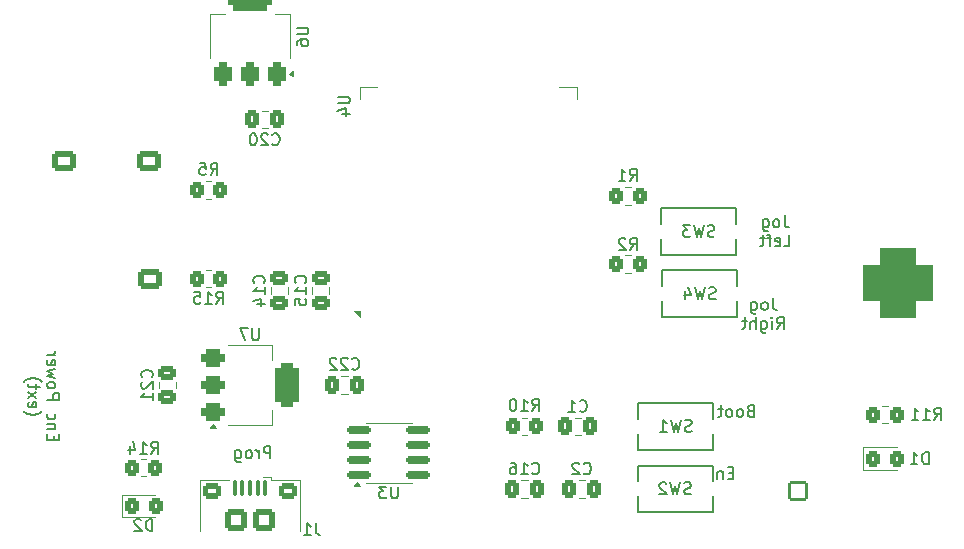
<source format=gbo>
%TF.GenerationSoftware,KiCad,Pcbnew,8.0.3-8.0.3-0~ubuntu22.04.1*%
%TF.CreationDate,2024-07-07T00:06:27-04:00*%
%TF.ProjectId,arm_drive_jl,61726d5f-6472-4697-9665-5f6a6c2e6b69,rev?*%
%TF.SameCoordinates,Original*%
%TF.FileFunction,Legend,Bot*%
%TF.FilePolarity,Positive*%
%FSLAX46Y46*%
G04 Gerber Fmt 4.6, Leading zero omitted, Abs format (unit mm)*
G04 Created by KiCad (PCBNEW 8.0.3-8.0.3-0~ubuntu22.04.1) date 2024-07-07 00:06:27*
%MOMM*%
%LPD*%
G01*
G04 APERTURE LIST*
G04 Aperture macros list*
%AMRoundRect*
0 Rectangle with rounded corners*
0 $1 Rounding radius*
0 $2 $3 $4 $5 $6 $7 $8 $9 X,Y pos of 4 corners*
0 Add a 4 corners polygon primitive as box body*
4,1,4,$2,$3,$4,$5,$6,$7,$8,$9,$2,$3,0*
0 Add four circle primitives for the rounded corners*
1,1,$1+$1,$2,$3*
1,1,$1+$1,$4,$5*
1,1,$1+$1,$6,$7*
1,1,$1+$1,$8,$9*
0 Add four rect primitives between the rounded corners*
20,1,$1+$1,$2,$3,$4,$5,0*
20,1,$1+$1,$4,$5,$6,$7,0*
20,1,$1+$1,$6,$7,$8,$9,0*
20,1,$1+$1,$8,$9,$2,$3,0*%
G04 Aperture macros list end*
%ADD10C,0.150000*%
%ADD11C,0.120000*%
%ADD12C,0.152400*%
%ADD13RoundRect,0.250000X-0.725000X0.600000X-0.725000X-0.600000X0.725000X-0.600000X0.725000X0.600000X0*%
%ADD14O,1.950000X1.700000*%
%ADD15RoundRect,0.250000X-0.750000X0.600000X-0.750000X-0.600000X0.750000X-0.600000X0.750000X0.600000X0*%
%ADD16O,2.000000X1.700000*%
%ADD17O,1.600000X0.900000*%
%ADD18RoundRect,0.375000X0.375000X-0.625000X0.375000X0.625000X-0.375000X0.625000X-0.375000X-0.625000X0*%
%ADD19RoundRect,0.500000X1.400000X-0.500000X1.400000X0.500000X-1.400000X0.500000X-1.400000X-0.500000X0*%
%ADD20R,1.511300X0.609600*%
%ADD21RoundRect,0.250000X-0.325000X-0.450000X0.325000X-0.450000X0.325000X0.450000X-0.325000X0.450000X0*%
%ADD22RoundRect,0.150000X-0.825000X-0.150000X0.825000X-0.150000X0.825000X0.150000X-0.825000X0.150000X0*%
%ADD23RoundRect,0.250000X0.350000X0.450000X-0.350000X0.450000X-0.350000X-0.450000X0.350000X-0.450000X0*%
%ADD24RoundRect,0.250000X-0.350000X-0.450000X0.350000X-0.450000X0.350000X0.450000X-0.350000X0.450000X0*%
%ADD25RoundRect,0.250000X-0.337500X-0.475000X0.337500X-0.475000X0.337500X0.475000X-0.337500X0.475000X0*%
%ADD26C,1.400000*%
%ADD27R,3.500000X3.500000*%
%ADD28C,3.500000*%
%ADD29R,1.600000X1.600000*%
%ADD30C,1.600000*%
%ADD31RoundRect,0.250000X-0.475000X0.337500X-0.475000X-0.337500X0.475000X-0.337500X0.475000X0.337500X0*%
%ADD32C,2.604000*%
%ADD33RoundRect,1.500000X1.500000X1.500000X-1.500000X1.500000X-1.500000X-1.500000X1.500000X-1.500000X0*%
%ADD34C,6.000000*%
%ADD35C,3.600000*%
%ADD36C,5.600000*%
%ADD37RoundRect,0.250000X0.337500X0.475000X-0.337500X0.475000X-0.337500X-0.475000X0.337500X-0.475000X0*%
%ADD38C,3.300000*%
%ADD39RoundRect,0.102000X0.704000X-0.704000X0.704000X0.704000X-0.704000X0.704000X-0.704000X-0.704000X0*%
%ADD40C,1.612000*%
%ADD41RoundRect,0.375000X-0.625000X-0.375000X0.625000X-0.375000X0.625000X0.375000X-0.625000X0.375000X0*%
%ADD42RoundRect,0.500000X-0.500000X-1.400000X0.500000X-1.400000X0.500000X1.400000X-0.500000X1.400000X0*%
%ADD43R,1.700000X1.700000*%
%ADD44O,1.700000X1.700000*%
%ADD45RoundRect,0.100000X0.100000X0.575000X-0.100000X0.575000X-0.100000X-0.575000X0.100000X-0.575000X0*%
%ADD46O,0.900000X1.600000*%
%ADD47RoundRect,0.250000X0.550000X0.450000X-0.550000X0.450000X-0.550000X-0.450000X0.550000X-0.450000X0*%
%ADD48RoundRect,0.250000X0.700000X0.700000X-0.700000X0.700000X-0.700000X-0.700000X0.700000X-0.700000X0*%
%ADD49R,1.500000X0.900000*%
%ADD50R,0.900000X1.500000*%
%ADD51R,3.900000X3.900000*%
G04 APERTURE END LIST*
D10*
X98166666Y-81431009D02*
X97833333Y-81431009D01*
X97690476Y-81954819D02*
X98166666Y-81954819D01*
X98166666Y-81954819D02*
X98166666Y-80954819D01*
X98166666Y-80954819D02*
X97690476Y-80954819D01*
X97261904Y-81288152D02*
X97261904Y-81954819D01*
X97261904Y-81383390D02*
X97214285Y-81335771D01*
X97214285Y-81335771D02*
X97119047Y-81288152D01*
X97119047Y-81288152D02*
X96976190Y-81288152D01*
X96976190Y-81288152D02*
X96880952Y-81335771D01*
X96880952Y-81335771D02*
X96833333Y-81431009D01*
X96833333Y-81431009D02*
X96833333Y-81954819D01*
X99619047Y-76181009D02*
X99476190Y-76228628D01*
X99476190Y-76228628D02*
X99428571Y-76276247D01*
X99428571Y-76276247D02*
X99380952Y-76371485D01*
X99380952Y-76371485D02*
X99380952Y-76514342D01*
X99380952Y-76514342D02*
X99428571Y-76609580D01*
X99428571Y-76609580D02*
X99476190Y-76657200D01*
X99476190Y-76657200D02*
X99571428Y-76704819D01*
X99571428Y-76704819D02*
X99952380Y-76704819D01*
X99952380Y-76704819D02*
X99952380Y-75704819D01*
X99952380Y-75704819D02*
X99619047Y-75704819D01*
X99619047Y-75704819D02*
X99523809Y-75752438D01*
X99523809Y-75752438D02*
X99476190Y-75800057D01*
X99476190Y-75800057D02*
X99428571Y-75895295D01*
X99428571Y-75895295D02*
X99428571Y-75990533D01*
X99428571Y-75990533D02*
X99476190Y-76085771D01*
X99476190Y-76085771D02*
X99523809Y-76133390D01*
X99523809Y-76133390D02*
X99619047Y-76181009D01*
X99619047Y-76181009D02*
X99952380Y-76181009D01*
X98809523Y-76704819D02*
X98904761Y-76657200D01*
X98904761Y-76657200D02*
X98952380Y-76609580D01*
X98952380Y-76609580D02*
X98999999Y-76514342D01*
X98999999Y-76514342D02*
X98999999Y-76228628D01*
X98999999Y-76228628D02*
X98952380Y-76133390D01*
X98952380Y-76133390D02*
X98904761Y-76085771D01*
X98904761Y-76085771D02*
X98809523Y-76038152D01*
X98809523Y-76038152D02*
X98666666Y-76038152D01*
X98666666Y-76038152D02*
X98571428Y-76085771D01*
X98571428Y-76085771D02*
X98523809Y-76133390D01*
X98523809Y-76133390D02*
X98476190Y-76228628D01*
X98476190Y-76228628D02*
X98476190Y-76514342D01*
X98476190Y-76514342D02*
X98523809Y-76609580D01*
X98523809Y-76609580D02*
X98571428Y-76657200D01*
X98571428Y-76657200D02*
X98666666Y-76704819D01*
X98666666Y-76704819D02*
X98809523Y-76704819D01*
X97904761Y-76704819D02*
X97999999Y-76657200D01*
X97999999Y-76657200D02*
X98047618Y-76609580D01*
X98047618Y-76609580D02*
X98095237Y-76514342D01*
X98095237Y-76514342D02*
X98095237Y-76228628D01*
X98095237Y-76228628D02*
X98047618Y-76133390D01*
X98047618Y-76133390D02*
X97999999Y-76085771D01*
X97999999Y-76085771D02*
X97904761Y-76038152D01*
X97904761Y-76038152D02*
X97761904Y-76038152D01*
X97761904Y-76038152D02*
X97666666Y-76085771D01*
X97666666Y-76085771D02*
X97619047Y-76133390D01*
X97619047Y-76133390D02*
X97571428Y-76228628D01*
X97571428Y-76228628D02*
X97571428Y-76514342D01*
X97571428Y-76514342D02*
X97619047Y-76609580D01*
X97619047Y-76609580D02*
X97666666Y-76657200D01*
X97666666Y-76657200D02*
X97761904Y-76704819D01*
X97761904Y-76704819D02*
X97904761Y-76704819D01*
X97285713Y-76038152D02*
X96904761Y-76038152D01*
X97142856Y-75704819D02*
X97142856Y-76561961D01*
X97142856Y-76561961D02*
X97095237Y-76657200D01*
X97095237Y-76657200D02*
X96999999Y-76704819D01*
X96999999Y-76704819D02*
X96904761Y-76704819D01*
X101511904Y-66649847D02*
X101511904Y-67364132D01*
X101511904Y-67364132D02*
X101559523Y-67506989D01*
X101559523Y-67506989D02*
X101654761Y-67602228D01*
X101654761Y-67602228D02*
X101797618Y-67649847D01*
X101797618Y-67649847D02*
X101892856Y-67649847D01*
X100892856Y-67649847D02*
X100988094Y-67602228D01*
X100988094Y-67602228D02*
X101035713Y-67554608D01*
X101035713Y-67554608D02*
X101083332Y-67459370D01*
X101083332Y-67459370D02*
X101083332Y-67173656D01*
X101083332Y-67173656D02*
X101035713Y-67078418D01*
X101035713Y-67078418D02*
X100988094Y-67030799D01*
X100988094Y-67030799D02*
X100892856Y-66983180D01*
X100892856Y-66983180D02*
X100749999Y-66983180D01*
X100749999Y-66983180D02*
X100654761Y-67030799D01*
X100654761Y-67030799D02*
X100607142Y-67078418D01*
X100607142Y-67078418D02*
X100559523Y-67173656D01*
X100559523Y-67173656D02*
X100559523Y-67459370D01*
X100559523Y-67459370D02*
X100607142Y-67554608D01*
X100607142Y-67554608D02*
X100654761Y-67602228D01*
X100654761Y-67602228D02*
X100749999Y-67649847D01*
X100749999Y-67649847D02*
X100892856Y-67649847D01*
X99702380Y-66983180D02*
X99702380Y-67792704D01*
X99702380Y-67792704D02*
X99749999Y-67887942D01*
X99749999Y-67887942D02*
X99797618Y-67935561D01*
X99797618Y-67935561D02*
X99892856Y-67983180D01*
X99892856Y-67983180D02*
X100035713Y-67983180D01*
X100035713Y-67983180D02*
X100130951Y-67935561D01*
X99702380Y-67602228D02*
X99797618Y-67649847D01*
X99797618Y-67649847D02*
X99988094Y-67649847D01*
X99988094Y-67649847D02*
X100083332Y-67602228D01*
X100083332Y-67602228D02*
X100130951Y-67554608D01*
X100130951Y-67554608D02*
X100178570Y-67459370D01*
X100178570Y-67459370D02*
X100178570Y-67173656D01*
X100178570Y-67173656D02*
X100130951Y-67078418D01*
X100130951Y-67078418D02*
X100083332Y-67030799D01*
X100083332Y-67030799D02*
X99988094Y-66983180D01*
X99988094Y-66983180D02*
X99797618Y-66983180D01*
X99797618Y-66983180D02*
X99702380Y-67030799D01*
X101869047Y-69259791D02*
X102202380Y-68783600D01*
X102440475Y-69259791D02*
X102440475Y-68259791D01*
X102440475Y-68259791D02*
X102059523Y-68259791D01*
X102059523Y-68259791D02*
X101964285Y-68307410D01*
X101964285Y-68307410D02*
X101916666Y-68355029D01*
X101916666Y-68355029D02*
X101869047Y-68450267D01*
X101869047Y-68450267D02*
X101869047Y-68593124D01*
X101869047Y-68593124D02*
X101916666Y-68688362D01*
X101916666Y-68688362D02*
X101964285Y-68735981D01*
X101964285Y-68735981D02*
X102059523Y-68783600D01*
X102059523Y-68783600D02*
X102440475Y-68783600D01*
X101440475Y-69259791D02*
X101440475Y-68593124D01*
X101440475Y-68259791D02*
X101488094Y-68307410D01*
X101488094Y-68307410D02*
X101440475Y-68355029D01*
X101440475Y-68355029D02*
X101392856Y-68307410D01*
X101392856Y-68307410D02*
X101440475Y-68259791D01*
X101440475Y-68259791D02*
X101440475Y-68355029D01*
X100535714Y-68593124D02*
X100535714Y-69402648D01*
X100535714Y-69402648D02*
X100583333Y-69497886D01*
X100583333Y-69497886D02*
X100630952Y-69545505D01*
X100630952Y-69545505D02*
X100726190Y-69593124D01*
X100726190Y-69593124D02*
X100869047Y-69593124D01*
X100869047Y-69593124D02*
X100964285Y-69545505D01*
X100535714Y-69212172D02*
X100630952Y-69259791D01*
X100630952Y-69259791D02*
X100821428Y-69259791D01*
X100821428Y-69259791D02*
X100916666Y-69212172D01*
X100916666Y-69212172D02*
X100964285Y-69164552D01*
X100964285Y-69164552D02*
X101011904Y-69069314D01*
X101011904Y-69069314D02*
X101011904Y-68783600D01*
X101011904Y-68783600D02*
X100964285Y-68688362D01*
X100964285Y-68688362D02*
X100916666Y-68640743D01*
X100916666Y-68640743D02*
X100821428Y-68593124D01*
X100821428Y-68593124D02*
X100630952Y-68593124D01*
X100630952Y-68593124D02*
X100535714Y-68640743D01*
X100059523Y-69259791D02*
X100059523Y-68259791D01*
X99630952Y-69259791D02*
X99630952Y-68735981D01*
X99630952Y-68735981D02*
X99678571Y-68640743D01*
X99678571Y-68640743D02*
X99773809Y-68593124D01*
X99773809Y-68593124D02*
X99916666Y-68593124D01*
X99916666Y-68593124D02*
X100011904Y-68640743D01*
X100011904Y-68640743D02*
X100059523Y-68688362D01*
X99297618Y-68593124D02*
X98916666Y-68593124D01*
X99154761Y-68259791D02*
X99154761Y-69116933D01*
X99154761Y-69116933D02*
X99107142Y-69212172D01*
X99107142Y-69212172D02*
X99011904Y-69259791D01*
X99011904Y-69259791D02*
X98916666Y-69259791D01*
X102511904Y-59649847D02*
X102511904Y-60364132D01*
X102511904Y-60364132D02*
X102559523Y-60506989D01*
X102559523Y-60506989D02*
X102654761Y-60602228D01*
X102654761Y-60602228D02*
X102797618Y-60649847D01*
X102797618Y-60649847D02*
X102892856Y-60649847D01*
X101892856Y-60649847D02*
X101988094Y-60602228D01*
X101988094Y-60602228D02*
X102035713Y-60554608D01*
X102035713Y-60554608D02*
X102083332Y-60459370D01*
X102083332Y-60459370D02*
X102083332Y-60173656D01*
X102083332Y-60173656D02*
X102035713Y-60078418D01*
X102035713Y-60078418D02*
X101988094Y-60030799D01*
X101988094Y-60030799D02*
X101892856Y-59983180D01*
X101892856Y-59983180D02*
X101749999Y-59983180D01*
X101749999Y-59983180D02*
X101654761Y-60030799D01*
X101654761Y-60030799D02*
X101607142Y-60078418D01*
X101607142Y-60078418D02*
X101559523Y-60173656D01*
X101559523Y-60173656D02*
X101559523Y-60459370D01*
X101559523Y-60459370D02*
X101607142Y-60554608D01*
X101607142Y-60554608D02*
X101654761Y-60602228D01*
X101654761Y-60602228D02*
X101749999Y-60649847D01*
X101749999Y-60649847D02*
X101892856Y-60649847D01*
X100702380Y-59983180D02*
X100702380Y-60792704D01*
X100702380Y-60792704D02*
X100749999Y-60887942D01*
X100749999Y-60887942D02*
X100797618Y-60935561D01*
X100797618Y-60935561D02*
X100892856Y-60983180D01*
X100892856Y-60983180D02*
X101035713Y-60983180D01*
X101035713Y-60983180D02*
X101130951Y-60935561D01*
X100702380Y-60602228D02*
X100797618Y-60649847D01*
X100797618Y-60649847D02*
X100988094Y-60649847D01*
X100988094Y-60649847D02*
X101083332Y-60602228D01*
X101083332Y-60602228D02*
X101130951Y-60554608D01*
X101130951Y-60554608D02*
X101178570Y-60459370D01*
X101178570Y-60459370D02*
X101178570Y-60173656D01*
X101178570Y-60173656D02*
X101130951Y-60078418D01*
X101130951Y-60078418D02*
X101083332Y-60030799D01*
X101083332Y-60030799D02*
X100988094Y-59983180D01*
X100988094Y-59983180D02*
X100797618Y-59983180D01*
X100797618Y-59983180D02*
X100702380Y-60030799D01*
X102440476Y-62259791D02*
X102916666Y-62259791D01*
X102916666Y-62259791D02*
X102916666Y-61259791D01*
X101726190Y-62212172D02*
X101821428Y-62259791D01*
X101821428Y-62259791D02*
X102011904Y-62259791D01*
X102011904Y-62259791D02*
X102107142Y-62212172D01*
X102107142Y-62212172D02*
X102154761Y-62116933D01*
X102154761Y-62116933D02*
X102154761Y-61735981D01*
X102154761Y-61735981D02*
X102107142Y-61640743D01*
X102107142Y-61640743D02*
X102011904Y-61593124D01*
X102011904Y-61593124D02*
X101821428Y-61593124D01*
X101821428Y-61593124D02*
X101726190Y-61640743D01*
X101726190Y-61640743D02*
X101678571Y-61735981D01*
X101678571Y-61735981D02*
X101678571Y-61831219D01*
X101678571Y-61831219D02*
X102154761Y-61926457D01*
X101392856Y-61593124D02*
X101011904Y-61593124D01*
X101249999Y-62259791D02*
X101249999Y-61402648D01*
X101249999Y-61402648D02*
X101202380Y-61307410D01*
X101202380Y-61307410D02*
X101107142Y-61259791D01*
X101107142Y-61259791D02*
X101011904Y-61259791D01*
X100821427Y-61593124D02*
X100440475Y-61593124D01*
X100678570Y-61259791D02*
X100678570Y-62116933D01*
X100678570Y-62116933D02*
X100630951Y-62212172D01*
X100630951Y-62212172D02*
X100535713Y-62259791D01*
X100535713Y-62259791D02*
X100440475Y-62259791D01*
X40623962Y-78665476D02*
X40623962Y-78332143D01*
X40100152Y-78189286D02*
X40100152Y-78665476D01*
X40100152Y-78665476D02*
X41100152Y-78665476D01*
X41100152Y-78665476D02*
X41100152Y-78189286D01*
X40766819Y-77760714D02*
X40100152Y-77760714D01*
X40671581Y-77760714D02*
X40719200Y-77713095D01*
X40719200Y-77713095D02*
X40766819Y-77617857D01*
X40766819Y-77617857D02*
X40766819Y-77475000D01*
X40766819Y-77475000D02*
X40719200Y-77379762D01*
X40719200Y-77379762D02*
X40623962Y-77332143D01*
X40623962Y-77332143D02*
X40100152Y-77332143D01*
X40147772Y-76427381D02*
X40100152Y-76522619D01*
X40100152Y-76522619D02*
X40100152Y-76713095D01*
X40100152Y-76713095D02*
X40147772Y-76808333D01*
X40147772Y-76808333D02*
X40195391Y-76855952D01*
X40195391Y-76855952D02*
X40290629Y-76903571D01*
X40290629Y-76903571D02*
X40576343Y-76903571D01*
X40576343Y-76903571D02*
X40671581Y-76855952D01*
X40671581Y-76855952D02*
X40719200Y-76808333D01*
X40719200Y-76808333D02*
X40766819Y-76713095D01*
X40766819Y-76713095D02*
X40766819Y-76522619D01*
X40766819Y-76522619D02*
X40719200Y-76427381D01*
X40100152Y-75236904D02*
X41100152Y-75236904D01*
X41100152Y-75236904D02*
X41100152Y-74855952D01*
X41100152Y-74855952D02*
X41052533Y-74760714D01*
X41052533Y-74760714D02*
X41004914Y-74713095D01*
X41004914Y-74713095D02*
X40909676Y-74665476D01*
X40909676Y-74665476D02*
X40766819Y-74665476D01*
X40766819Y-74665476D02*
X40671581Y-74713095D01*
X40671581Y-74713095D02*
X40623962Y-74760714D01*
X40623962Y-74760714D02*
X40576343Y-74855952D01*
X40576343Y-74855952D02*
X40576343Y-75236904D01*
X40100152Y-74094047D02*
X40147772Y-74189285D01*
X40147772Y-74189285D02*
X40195391Y-74236904D01*
X40195391Y-74236904D02*
X40290629Y-74284523D01*
X40290629Y-74284523D02*
X40576343Y-74284523D01*
X40576343Y-74284523D02*
X40671581Y-74236904D01*
X40671581Y-74236904D02*
X40719200Y-74189285D01*
X40719200Y-74189285D02*
X40766819Y-74094047D01*
X40766819Y-74094047D02*
X40766819Y-73951190D01*
X40766819Y-73951190D02*
X40719200Y-73855952D01*
X40719200Y-73855952D02*
X40671581Y-73808333D01*
X40671581Y-73808333D02*
X40576343Y-73760714D01*
X40576343Y-73760714D02*
X40290629Y-73760714D01*
X40290629Y-73760714D02*
X40195391Y-73808333D01*
X40195391Y-73808333D02*
X40147772Y-73855952D01*
X40147772Y-73855952D02*
X40100152Y-73951190D01*
X40100152Y-73951190D02*
X40100152Y-74094047D01*
X40766819Y-73427380D02*
X40100152Y-73236904D01*
X40100152Y-73236904D02*
X40576343Y-73046428D01*
X40576343Y-73046428D02*
X40100152Y-72855952D01*
X40100152Y-72855952D02*
X40766819Y-72665476D01*
X40147772Y-71903571D02*
X40100152Y-71998809D01*
X40100152Y-71998809D02*
X40100152Y-72189285D01*
X40100152Y-72189285D02*
X40147772Y-72284523D01*
X40147772Y-72284523D02*
X40243010Y-72332142D01*
X40243010Y-72332142D02*
X40623962Y-72332142D01*
X40623962Y-72332142D02*
X40719200Y-72284523D01*
X40719200Y-72284523D02*
X40766819Y-72189285D01*
X40766819Y-72189285D02*
X40766819Y-71998809D01*
X40766819Y-71998809D02*
X40719200Y-71903571D01*
X40719200Y-71903571D02*
X40623962Y-71855952D01*
X40623962Y-71855952D02*
X40528724Y-71855952D01*
X40528724Y-71855952D02*
X40433486Y-72332142D01*
X40100152Y-71427380D02*
X40766819Y-71427380D01*
X40576343Y-71427380D02*
X40671581Y-71379761D01*
X40671581Y-71379761D02*
X40719200Y-71332142D01*
X40719200Y-71332142D02*
X40766819Y-71236904D01*
X40766819Y-71236904D02*
X40766819Y-71141666D01*
X38109256Y-76236905D02*
X38156875Y-76284524D01*
X38156875Y-76284524D02*
X38299732Y-76379762D01*
X38299732Y-76379762D02*
X38394970Y-76427381D01*
X38394970Y-76427381D02*
X38537828Y-76475000D01*
X38537828Y-76475000D02*
X38775923Y-76522619D01*
X38775923Y-76522619D02*
X38966399Y-76522619D01*
X38966399Y-76522619D02*
X39204494Y-76475000D01*
X39204494Y-76475000D02*
X39347351Y-76427381D01*
X39347351Y-76427381D02*
X39442589Y-76379762D01*
X39442589Y-76379762D02*
X39585447Y-76284524D01*
X39585447Y-76284524D02*
X39633066Y-76236905D01*
X38537828Y-75475000D02*
X38490208Y-75570238D01*
X38490208Y-75570238D02*
X38490208Y-75760714D01*
X38490208Y-75760714D02*
X38537828Y-75855952D01*
X38537828Y-75855952D02*
X38633066Y-75903571D01*
X38633066Y-75903571D02*
X39014018Y-75903571D01*
X39014018Y-75903571D02*
X39109256Y-75855952D01*
X39109256Y-75855952D02*
X39156875Y-75760714D01*
X39156875Y-75760714D02*
X39156875Y-75570238D01*
X39156875Y-75570238D02*
X39109256Y-75475000D01*
X39109256Y-75475000D02*
X39014018Y-75427381D01*
X39014018Y-75427381D02*
X38918780Y-75427381D01*
X38918780Y-75427381D02*
X38823542Y-75903571D01*
X38490208Y-75094047D02*
X39156875Y-74570238D01*
X39156875Y-75094047D02*
X38490208Y-74570238D01*
X39156875Y-74332142D02*
X39156875Y-73951190D01*
X39490208Y-74189285D02*
X38633066Y-74189285D01*
X38633066Y-74189285D02*
X38537828Y-74141666D01*
X38537828Y-74141666D02*
X38490208Y-74046428D01*
X38490208Y-74046428D02*
X38490208Y-73951190D01*
X38109256Y-73713094D02*
X38156875Y-73665475D01*
X38156875Y-73665475D02*
X38299732Y-73570237D01*
X38299732Y-73570237D02*
X38394970Y-73522618D01*
X38394970Y-73522618D02*
X38537828Y-73474999D01*
X38537828Y-73474999D02*
X38775923Y-73427380D01*
X38775923Y-73427380D02*
X38966399Y-73427380D01*
X38966399Y-73427380D02*
X39204494Y-73474999D01*
X39204494Y-73474999D02*
X39347351Y-73522618D01*
X39347351Y-73522618D02*
X39442589Y-73570237D01*
X39442589Y-73570237D02*
X39585447Y-73665475D01*
X39585447Y-73665475D02*
X39633066Y-73713094D01*
X58976190Y-80204819D02*
X58976190Y-79204819D01*
X58976190Y-79204819D02*
X58595238Y-79204819D01*
X58595238Y-79204819D02*
X58500000Y-79252438D01*
X58500000Y-79252438D02*
X58452381Y-79300057D01*
X58452381Y-79300057D02*
X58404762Y-79395295D01*
X58404762Y-79395295D02*
X58404762Y-79538152D01*
X58404762Y-79538152D02*
X58452381Y-79633390D01*
X58452381Y-79633390D02*
X58500000Y-79681009D01*
X58500000Y-79681009D02*
X58595238Y-79728628D01*
X58595238Y-79728628D02*
X58976190Y-79728628D01*
X57976190Y-80204819D02*
X57976190Y-79538152D01*
X57976190Y-79728628D02*
X57928571Y-79633390D01*
X57928571Y-79633390D02*
X57880952Y-79585771D01*
X57880952Y-79585771D02*
X57785714Y-79538152D01*
X57785714Y-79538152D02*
X57690476Y-79538152D01*
X57214285Y-80204819D02*
X57309523Y-80157200D01*
X57309523Y-80157200D02*
X57357142Y-80109580D01*
X57357142Y-80109580D02*
X57404761Y-80014342D01*
X57404761Y-80014342D02*
X57404761Y-79728628D01*
X57404761Y-79728628D02*
X57357142Y-79633390D01*
X57357142Y-79633390D02*
X57309523Y-79585771D01*
X57309523Y-79585771D02*
X57214285Y-79538152D01*
X57214285Y-79538152D02*
X57071428Y-79538152D01*
X57071428Y-79538152D02*
X56976190Y-79585771D01*
X56976190Y-79585771D02*
X56928571Y-79633390D01*
X56928571Y-79633390D02*
X56880952Y-79728628D01*
X56880952Y-79728628D02*
X56880952Y-80014342D01*
X56880952Y-80014342D02*
X56928571Y-80109580D01*
X56928571Y-80109580D02*
X56976190Y-80157200D01*
X56976190Y-80157200D02*
X57071428Y-80204819D01*
X57071428Y-80204819D02*
X57214285Y-80204819D01*
X56023809Y-79538152D02*
X56023809Y-80347676D01*
X56023809Y-80347676D02*
X56071428Y-80442914D01*
X56071428Y-80442914D02*
X56119047Y-80490533D01*
X56119047Y-80490533D02*
X56214285Y-80538152D01*
X56214285Y-80538152D02*
X56357142Y-80538152D01*
X56357142Y-80538152D02*
X56452380Y-80490533D01*
X56023809Y-80157200D02*
X56119047Y-80204819D01*
X56119047Y-80204819D02*
X56309523Y-80204819D01*
X56309523Y-80204819D02*
X56404761Y-80157200D01*
X56404761Y-80157200D02*
X56452380Y-80109580D01*
X56452380Y-80109580D02*
X56499999Y-80014342D01*
X56499999Y-80014342D02*
X56499999Y-79728628D01*
X56499999Y-79728628D02*
X56452380Y-79633390D01*
X56452380Y-79633390D02*
X56404761Y-79585771D01*
X56404761Y-79585771D02*
X56309523Y-79538152D01*
X56309523Y-79538152D02*
X56119047Y-79538152D01*
X56119047Y-79538152D02*
X56023809Y-79585771D01*
X61204819Y-43738095D02*
X62014342Y-43738095D01*
X62014342Y-43738095D02*
X62109580Y-43785714D01*
X62109580Y-43785714D02*
X62157200Y-43833333D01*
X62157200Y-43833333D02*
X62204819Y-43928571D01*
X62204819Y-43928571D02*
X62204819Y-44119047D01*
X62204819Y-44119047D02*
X62157200Y-44214285D01*
X62157200Y-44214285D02*
X62109580Y-44261904D01*
X62109580Y-44261904D02*
X62014342Y-44309523D01*
X62014342Y-44309523D02*
X61204819Y-44309523D01*
X61204819Y-45214285D02*
X61204819Y-45023809D01*
X61204819Y-45023809D02*
X61252438Y-44928571D01*
X61252438Y-44928571D02*
X61300057Y-44880952D01*
X61300057Y-44880952D02*
X61442914Y-44785714D01*
X61442914Y-44785714D02*
X61633390Y-44738095D01*
X61633390Y-44738095D02*
X62014342Y-44738095D01*
X62014342Y-44738095D02*
X62109580Y-44785714D01*
X62109580Y-44785714D02*
X62157200Y-44833333D01*
X62157200Y-44833333D02*
X62204819Y-44928571D01*
X62204819Y-44928571D02*
X62204819Y-45119047D01*
X62204819Y-45119047D02*
X62157200Y-45214285D01*
X62157200Y-45214285D02*
X62109580Y-45261904D01*
X62109580Y-45261904D02*
X62014342Y-45309523D01*
X62014342Y-45309523D02*
X61776247Y-45309523D01*
X61776247Y-45309523D02*
X61681009Y-45261904D01*
X61681009Y-45261904D02*
X61633390Y-45214285D01*
X61633390Y-45214285D02*
X61585771Y-45119047D01*
X61585771Y-45119047D02*
X61585771Y-44928571D01*
X61585771Y-44928571D02*
X61633390Y-44833333D01*
X61633390Y-44833333D02*
X61681009Y-44785714D01*
X61681009Y-44785714D02*
X61776247Y-44738095D01*
X94636982Y-77907200D02*
X94494125Y-77954819D01*
X94494125Y-77954819D02*
X94256030Y-77954819D01*
X94256030Y-77954819D02*
X94160792Y-77907200D01*
X94160792Y-77907200D02*
X94113173Y-77859580D01*
X94113173Y-77859580D02*
X94065554Y-77764342D01*
X94065554Y-77764342D02*
X94065554Y-77669104D01*
X94065554Y-77669104D02*
X94113173Y-77573866D01*
X94113173Y-77573866D02*
X94160792Y-77526247D01*
X94160792Y-77526247D02*
X94256030Y-77478628D01*
X94256030Y-77478628D02*
X94446506Y-77431009D01*
X94446506Y-77431009D02*
X94541744Y-77383390D01*
X94541744Y-77383390D02*
X94589363Y-77335771D01*
X94589363Y-77335771D02*
X94636982Y-77240533D01*
X94636982Y-77240533D02*
X94636982Y-77145295D01*
X94636982Y-77145295D02*
X94589363Y-77050057D01*
X94589363Y-77050057D02*
X94541744Y-77002438D01*
X94541744Y-77002438D02*
X94446506Y-76954819D01*
X94446506Y-76954819D02*
X94208411Y-76954819D01*
X94208411Y-76954819D02*
X94065554Y-77002438D01*
X93732220Y-76954819D02*
X93494125Y-77954819D01*
X93494125Y-77954819D02*
X93303649Y-77240533D01*
X93303649Y-77240533D02*
X93113173Y-77954819D01*
X93113173Y-77954819D02*
X92875078Y-76954819D01*
X91970316Y-77954819D02*
X92541744Y-77954819D01*
X92256030Y-77954819D02*
X92256030Y-76954819D01*
X92256030Y-76954819D02*
X92351268Y-77097676D01*
X92351268Y-77097676D02*
X92446506Y-77192914D01*
X92446506Y-77192914D02*
X92541744Y-77240533D01*
X48988094Y-86354819D02*
X48988094Y-85354819D01*
X48988094Y-85354819D02*
X48749999Y-85354819D01*
X48749999Y-85354819D02*
X48607142Y-85402438D01*
X48607142Y-85402438D02*
X48511904Y-85497676D01*
X48511904Y-85497676D02*
X48464285Y-85592914D01*
X48464285Y-85592914D02*
X48416666Y-85783390D01*
X48416666Y-85783390D02*
X48416666Y-85926247D01*
X48416666Y-85926247D02*
X48464285Y-86116723D01*
X48464285Y-86116723D02*
X48511904Y-86211961D01*
X48511904Y-86211961D02*
X48607142Y-86307200D01*
X48607142Y-86307200D02*
X48749999Y-86354819D01*
X48749999Y-86354819D02*
X48988094Y-86354819D01*
X48035713Y-85450057D02*
X47988094Y-85402438D01*
X47988094Y-85402438D02*
X47892856Y-85354819D01*
X47892856Y-85354819D02*
X47654761Y-85354819D01*
X47654761Y-85354819D02*
X47559523Y-85402438D01*
X47559523Y-85402438D02*
X47511904Y-85450057D01*
X47511904Y-85450057D02*
X47464285Y-85545295D01*
X47464285Y-85545295D02*
X47464285Y-85640533D01*
X47464285Y-85640533D02*
X47511904Y-85783390D01*
X47511904Y-85783390D02*
X48083332Y-86354819D01*
X48083332Y-86354819D02*
X47464285Y-86354819D01*
X69761904Y-82604819D02*
X69761904Y-83414342D01*
X69761904Y-83414342D02*
X69714285Y-83509580D01*
X69714285Y-83509580D02*
X69666666Y-83557200D01*
X69666666Y-83557200D02*
X69571428Y-83604819D01*
X69571428Y-83604819D02*
X69380952Y-83604819D01*
X69380952Y-83604819D02*
X69285714Y-83557200D01*
X69285714Y-83557200D02*
X69238095Y-83509580D01*
X69238095Y-83509580D02*
X69190476Y-83414342D01*
X69190476Y-83414342D02*
X69190476Y-82604819D01*
X68809523Y-82604819D02*
X68190476Y-82604819D01*
X68190476Y-82604819D02*
X68523809Y-82985771D01*
X68523809Y-82985771D02*
X68380952Y-82985771D01*
X68380952Y-82985771D02*
X68285714Y-83033390D01*
X68285714Y-83033390D02*
X68238095Y-83081009D01*
X68238095Y-83081009D02*
X68190476Y-83176247D01*
X68190476Y-83176247D02*
X68190476Y-83414342D01*
X68190476Y-83414342D02*
X68238095Y-83509580D01*
X68238095Y-83509580D02*
X68285714Y-83557200D01*
X68285714Y-83557200D02*
X68380952Y-83604819D01*
X68380952Y-83604819D02*
X68666666Y-83604819D01*
X68666666Y-83604819D02*
X68761904Y-83557200D01*
X68761904Y-83557200D02*
X68809523Y-83509580D01*
X89416666Y-62554819D02*
X89749999Y-62078628D01*
X89988094Y-62554819D02*
X89988094Y-61554819D01*
X89988094Y-61554819D02*
X89607142Y-61554819D01*
X89607142Y-61554819D02*
X89511904Y-61602438D01*
X89511904Y-61602438D02*
X89464285Y-61650057D01*
X89464285Y-61650057D02*
X89416666Y-61745295D01*
X89416666Y-61745295D02*
X89416666Y-61888152D01*
X89416666Y-61888152D02*
X89464285Y-61983390D01*
X89464285Y-61983390D02*
X89511904Y-62031009D01*
X89511904Y-62031009D02*
X89607142Y-62078628D01*
X89607142Y-62078628D02*
X89988094Y-62078628D01*
X89035713Y-61650057D02*
X88988094Y-61602438D01*
X88988094Y-61602438D02*
X88892856Y-61554819D01*
X88892856Y-61554819D02*
X88654761Y-61554819D01*
X88654761Y-61554819D02*
X88559523Y-61602438D01*
X88559523Y-61602438D02*
X88511904Y-61650057D01*
X88511904Y-61650057D02*
X88464285Y-61745295D01*
X88464285Y-61745295D02*
X88464285Y-61840533D01*
X88464285Y-61840533D02*
X88511904Y-61983390D01*
X88511904Y-61983390D02*
X89083332Y-62554819D01*
X89083332Y-62554819D02*
X88464285Y-62554819D01*
X81142857Y-76204819D02*
X81476190Y-75728628D01*
X81714285Y-76204819D02*
X81714285Y-75204819D01*
X81714285Y-75204819D02*
X81333333Y-75204819D01*
X81333333Y-75204819D02*
X81238095Y-75252438D01*
X81238095Y-75252438D02*
X81190476Y-75300057D01*
X81190476Y-75300057D02*
X81142857Y-75395295D01*
X81142857Y-75395295D02*
X81142857Y-75538152D01*
X81142857Y-75538152D02*
X81190476Y-75633390D01*
X81190476Y-75633390D02*
X81238095Y-75681009D01*
X81238095Y-75681009D02*
X81333333Y-75728628D01*
X81333333Y-75728628D02*
X81714285Y-75728628D01*
X80190476Y-76204819D02*
X80761904Y-76204819D01*
X80476190Y-76204819D02*
X80476190Y-75204819D01*
X80476190Y-75204819D02*
X80571428Y-75347676D01*
X80571428Y-75347676D02*
X80666666Y-75442914D01*
X80666666Y-75442914D02*
X80761904Y-75490533D01*
X79571428Y-75204819D02*
X79476190Y-75204819D01*
X79476190Y-75204819D02*
X79380952Y-75252438D01*
X79380952Y-75252438D02*
X79333333Y-75300057D01*
X79333333Y-75300057D02*
X79285714Y-75395295D01*
X79285714Y-75395295D02*
X79238095Y-75585771D01*
X79238095Y-75585771D02*
X79238095Y-75823866D01*
X79238095Y-75823866D02*
X79285714Y-76014342D01*
X79285714Y-76014342D02*
X79333333Y-76109580D01*
X79333333Y-76109580D02*
X79380952Y-76157200D01*
X79380952Y-76157200D02*
X79476190Y-76204819D01*
X79476190Y-76204819D02*
X79571428Y-76204819D01*
X79571428Y-76204819D02*
X79666666Y-76157200D01*
X79666666Y-76157200D02*
X79714285Y-76109580D01*
X79714285Y-76109580D02*
X79761904Y-76014342D01*
X79761904Y-76014342D02*
X79809523Y-75823866D01*
X79809523Y-75823866D02*
X79809523Y-75585771D01*
X79809523Y-75585771D02*
X79761904Y-75395295D01*
X79761904Y-75395295D02*
X79714285Y-75300057D01*
X79714285Y-75300057D02*
X79666666Y-75252438D01*
X79666666Y-75252438D02*
X79571428Y-75204819D01*
X65892857Y-72609580D02*
X65940476Y-72657200D01*
X65940476Y-72657200D02*
X66083333Y-72704819D01*
X66083333Y-72704819D02*
X66178571Y-72704819D01*
X66178571Y-72704819D02*
X66321428Y-72657200D01*
X66321428Y-72657200D02*
X66416666Y-72561961D01*
X66416666Y-72561961D02*
X66464285Y-72466723D01*
X66464285Y-72466723D02*
X66511904Y-72276247D01*
X66511904Y-72276247D02*
X66511904Y-72133390D01*
X66511904Y-72133390D02*
X66464285Y-71942914D01*
X66464285Y-71942914D02*
X66416666Y-71847676D01*
X66416666Y-71847676D02*
X66321428Y-71752438D01*
X66321428Y-71752438D02*
X66178571Y-71704819D01*
X66178571Y-71704819D02*
X66083333Y-71704819D01*
X66083333Y-71704819D02*
X65940476Y-71752438D01*
X65940476Y-71752438D02*
X65892857Y-71800057D01*
X65511904Y-71800057D02*
X65464285Y-71752438D01*
X65464285Y-71752438D02*
X65369047Y-71704819D01*
X65369047Y-71704819D02*
X65130952Y-71704819D01*
X65130952Y-71704819D02*
X65035714Y-71752438D01*
X65035714Y-71752438D02*
X64988095Y-71800057D01*
X64988095Y-71800057D02*
X64940476Y-71895295D01*
X64940476Y-71895295D02*
X64940476Y-71990533D01*
X64940476Y-71990533D02*
X64988095Y-72133390D01*
X64988095Y-72133390D02*
X65559523Y-72704819D01*
X65559523Y-72704819D02*
X64940476Y-72704819D01*
X64559523Y-71800057D02*
X64511904Y-71752438D01*
X64511904Y-71752438D02*
X64416666Y-71704819D01*
X64416666Y-71704819D02*
X64178571Y-71704819D01*
X64178571Y-71704819D02*
X64083333Y-71752438D01*
X64083333Y-71752438D02*
X64035714Y-71800057D01*
X64035714Y-71800057D02*
X63988095Y-71895295D01*
X63988095Y-71895295D02*
X63988095Y-71990533D01*
X63988095Y-71990533D02*
X64035714Y-72133390D01*
X64035714Y-72133390D02*
X64607142Y-72704819D01*
X64607142Y-72704819D02*
X63988095Y-72704819D01*
X94583332Y-83207200D02*
X94440475Y-83254819D01*
X94440475Y-83254819D02*
X94202380Y-83254819D01*
X94202380Y-83254819D02*
X94107142Y-83207200D01*
X94107142Y-83207200D02*
X94059523Y-83159580D01*
X94059523Y-83159580D02*
X94011904Y-83064342D01*
X94011904Y-83064342D02*
X94011904Y-82969104D01*
X94011904Y-82969104D02*
X94059523Y-82873866D01*
X94059523Y-82873866D02*
X94107142Y-82826247D01*
X94107142Y-82826247D02*
X94202380Y-82778628D01*
X94202380Y-82778628D02*
X94392856Y-82731009D01*
X94392856Y-82731009D02*
X94488094Y-82683390D01*
X94488094Y-82683390D02*
X94535713Y-82635771D01*
X94535713Y-82635771D02*
X94583332Y-82540533D01*
X94583332Y-82540533D02*
X94583332Y-82445295D01*
X94583332Y-82445295D02*
X94535713Y-82350057D01*
X94535713Y-82350057D02*
X94488094Y-82302438D01*
X94488094Y-82302438D02*
X94392856Y-82254819D01*
X94392856Y-82254819D02*
X94154761Y-82254819D01*
X94154761Y-82254819D02*
X94011904Y-82302438D01*
X93678570Y-82254819D02*
X93440475Y-83254819D01*
X93440475Y-83254819D02*
X93249999Y-82540533D01*
X93249999Y-82540533D02*
X93059523Y-83254819D01*
X93059523Y-83254819D02*
X92821428Y-82254819D01*
X92488094Y-82350057D02*
X92440475Y-82302438D01*
X92440475Y-82302438D02*
X92345237Y-82254819D01*
X92345237Y-82254819D02*
X92107142Y-82254819D01*
X92107142Y-82254819D02*
X92011904Y-82302438D01*
X92011904Y-82302438D02*
X91964285Y-82350057D01*
X91964285Y-82350057D02*
X91916666Y-82445295D01*
X91916666Y-82445295D02*
X91916666Y-82540533D01*
X91916666Y-82540533D02*
X91964285Y-82683390D01*
X91964285Y-82683390D02*
X92535713Y-83254819D01*
X92535713Y-83254819D02*
X91916666Y-83254819D01*
X54392857Y-67104819D02*
X54726190Y-66628628D01*
X54964285Y-67104819D02*
X54964285Y-66104819D01*
X54964285Y-66104819D02*
X54583333Y-66104819D01*
X54583333Y-66104819D02*
X54488095Y-66152438D01*
X54488095Y-66152438D02*
X54440476Y-66200057D01*
X54440476Y-66200057D02*
X54392857Y-66295295D01*
X54392857Y-66295295D02*
X54392857Y-66438152D01*
X54392857Y-66438152D02*
X54440476Y-66533390D01*
X54440476Y-66533390D02*
X54488095Y-66581009D01*
X54488095Y-66581009D02*
X54583333Y-66628628D01*
X54583333Y-66628628D02*
X54964285Y-66628628D01*
X53440476Y-67104819D02*
X54011904Y-67104819D01*
X53726190Y-67104819D02*
X53726190Y-66104819D01*
X53726190Y-66104819D02*
X53821428Y-66247676D01*
X53821428Y-66247676D02*
X53916666Y-66342914D01*
X53916666Y-66342914D02*
X54011904Y-66390533D01*
X52535714Y-66104819D02*
X53011904Y-66104819D01*
X53011904Y-66104819D02*
X53059523Y-66581009D01*
X53059523Y-66581009D02*
X53011904Y-66533390D01*
X53011904Y-66533390D02*
X52916666Y-66485771D01*
X52916666Y-66485771D02*
X52678571Y-66485771D01*
X52678571Y-66485771D02*
X52583333Y-66533390D01*
X52583333Y-66533390D02*
X52535714Y-66581009D01*
X52535714Y-66581009D02*
X52488095Y-66676247D01*
X52488095Y-66676247D02*
X52488095Y-66914342D01*
X52488095Y-66914342D02*
X52535714Y-67009580D01*
X52535714Y-67009580D02*
X52583333Y-67057200D01*
X52583333Y-67057200D02*
X52678571Y-67104819D01*
X52678571Y-67104819D02*
X52916666Y-67104819D01*
X52916666Y-67104819D02*
X53011904Y-67057200D01*
X53011904Y-67057200D02*
X53059523Y-67009580D01*
X89416666Y-56704819D02*
X89749999Y-56228628D01*
X89988094Y-56704819D02*
X89988094Y-55704819D01*
X89988094Y-55704819D02*
X89607142Y-55704819D01*
X89607142Y-55704819D02*
X89511904Y-55752438D01*
X89511904Y-55752438D02*
X89464285Y-55800057D01*
X89464285Y-55800057D02*
X89416666Y-55895295D01*
X89416666Y-55895295D02*
X89416666Y-56038152D01*
X89416666Y-56038152D02*
X89464285Y-56133390D01*
X89464285Y-56133390D02*
X89511904Y-56181009D01*
X89511904Y-56181009D02*
X89607142Y-56228628D01*
X89607142Y-56228628D02*
X89988094Y-56228628D01*
X88464285Y-56704819D02*
X89035713Y-56704819D01*
X88749999Y-56704819D02*
X88749999Y-55704819D01*
X88749999Y-55704819D02*
X88845237Y-55847676D01*
X88845237Y-55847676D02*
X88940475Y-55942914D01*
X88940475Y-55942914D02*
X89035713Y-55990533D01*
X58429580Y-65357142D02*
X58477200Y-65309523D01*
X58477200Y-65309523D02*
X58524819Y-65166666D01*
X58524819Y-65166666D02*
X58524819Y-65071428D01*
X58524819Y-65071428D02*
X58477200Y-64928571D01*
X58477200Y-64928571D02*
X58381961Y-64833333D01*
X58381961Y-64833333D02*
X58286723Y-64785714D01*
X58286723Y-64785714D02*
X58096247Y-64738095D01*
X58096247Y-64738095D02*
X57953390Y-64738095D01*
X57953390Y-64738095D02*
X57762914Y-64785714D01*
X57762914Y-64785714D02*
X57667676Y-64833333D01*
X57667676Y-64833333D02*
X57572438Y-64928571D01*
X57572438Y-64928571D02*
X57524819Y-65071428D01*
X57524819Y-65071428D02*
X57524819Y-65166666D01*
X57524819Y-65166666D02*
X57572438Y-65309523D01*
X57572438Y-65309523D02*
X57620057Y-65357142D01*
X58524819Y-66309523D02*
X58524819Y-65738095D01*
X58524819Y-66023809D02*
X57524819Y-66023809D01*
X57524819Y-66023809D02*
X57667676Y-65928571D01*
X57667676Y-65928571D02*
X57762914Y-65833333D01*
X57762914Y-65833333D02*
X57810533Y-65738095D01*
X57858152Y-67166666D02*
X58524819Y-67166666D01*
X57477200Y-66928571D02*
X58191485Y-66690476D01*
X58191485Y-66690476D02*
X58191485Y-67309523D01*
X48929580Y-73357142D02*
X48977200Y-73309523D01*
X48977200Y-73309523D02*
X49024819Y-73166666D01*
X49024819Y-73166666D02*
X49024819Y-73071428D01*
X49024819Y-73071428D02*
X48977200Y-72928571D01*
X48977200Y-72928571D02*
X48881961Y-72833333D01*
X48881961Y-72833333D02*
X48786723Y-72785714D01*
X48786723Y-72785714D02*
X48596247Y-72738095D01*
X48596247Y-72738095D02*
X48453390Y-72738095D01*
X48453390Y-72738095D02*
X48262914Y-72785714D01*
X48262914Y-72785714D02*
X48167676Y-72833333D01*
X48167676Y-72833333D02*
X48072438Y-72928571D01*
X48072438Y-72928571D02*
X48024819Y-73071428D01*
X48024819Y-73071428D02*
X48024819Y-73166666D01*
X48024819Y-73166666D02*
X48072438Y-73309523D01*
X48072438Y-73309523D02*
X48120057Y-73357142D01*
X48120057Y-73738095D02*
X48072438Y-73785714D01*
X48072438Y-73785714D02*
X48024819Y-73880952D01*
X48024819Y-73880952D02*
X48024819Y-74119047D01*
X48024819Y-74119047D02*
X48072438Y-74214285D01*
X48072438Y-74214285D02*
X48120057Y-74261904D01*
X48120057Y-74261904D02*
X48215295Y-74309523D01*
X48215295Y-74309523D02*
X48310533Y-74309523D01*
X48310533Y-74309523D02*
X48453390Y-74261904D01*
X48453390Y-74261904D02*
X49024819Y-73690476D01*
X49024819Y-73690476D02*
X49024819Y-74309523D01*
X49024819Y-75261904D02*
X49024819Y-74690476D01*
X49024819Y-74976190D02*
X48024819Y-74976190D01*
X48024819Y-74976190D02*
X48167676Y-74880952D01*
X48167676Y-74880952D02*
X48262914Y-74785714D01*
X48262914Y-74785714D02*
X48310533Y-74690476D01*
X85504166Y-81479580D02*
X85551785Y-81527200D01*
X85551785Y-81527200D02*
X85694642Y-81574819D01*
X85694642Y-81574819D02*
X85789880Y-81574819D01*
X85789880Y-81574819D02*
X85932737Y-81527200D01*
X85932737Y-81527200D02*
X86027975Y-81431961D01*
X86027975Y-81431961D02*
X86075594Y-81336723D01*
X86075594Y-81336723D02*
X86123213Y-81146247D01*
X86123213Y-81146247D02*
X86123213Y-81003390D01*
X86123213Y-81003390D02*
X86075594Y-80812914D01*
X86075594Y-80812914D02*
X86027975Y-80717676D01*
X86027975Y-80717676D02*
X85932737Y-80622438D01*
X85932737Y-80622438D02*
X85789880Y-80574819D01*
X85789880Y-80574819D02*
X85694642Y-80574819D01*
X85694642Y-80574819D02*
X85551785Y-80622438D01*
X85551785Y-80622438D02*
X85504166Y-80670057D01*
X85123213Y-80670057D02*
X85075594Y-80622438D01*
X85075594Y-80622438D02*
X84980356Y-80574819D01*
X84980356Y-80574819D02*
X84742261Y-80574819D01*
X84742261Y-80574819D02*
X84647023Y-80622438D01*
X84647023Y-80622438D02*
X84599404Y-80670057D01*
X84599404Y-80670057D02*
X84551785Y-80765295D01*
X84551785Y-80765295D02*
X84551785Y-80860533D01*
X84551785Y-80860533D02*
X84599404Y-81003390D01*
X84599404Y-81003390D02*
X85170832Y-81574819D01*
X85170832Y-81574819D02*
X84551785Y-81574819D01*
X115167857Y-76954819D02*
X115501190Y-76478628D01*
X115739285Y-76954819D02*
X115739285Y-75954819D01*
X115739285Y-75954819D02*
X115358333Y-75954819D01*
X115358333Y-75954819D02*
X115263095Y-76002438D01*
X115263095Y-76002438D02*
X115215476Y-76050057D01*
X115215476Y-76050057D02*
X115167857Y-76145295D01*
X115167857Y-76145295D02*
X115167857Y-76288152D01*
X115167857Y-76288152D02*
X115215476Y-76383390D01*
X115215476Y-76383390D02*
X115263095Y-76431009D01*
X115263095Y-76431009D02*
X115358333Y-76478628D01*
X115358333Y-76478628D02*
X115739285Y-76478628D01*
X114215476Y-76954819D02*
X114786904Y-76954819D01*
X114501190Y-76954819D02*
X114501190Y-75954819D01*
X114501190Y-75954819D02*
X114596428Y-76097676D01*
X114596428Y-76097676D02*
X114691666Y-76192914D01*
X114691666Y-76192914D02*
X114786904Y-76240533D01*
X113263095Y-76954819D02*
X113834523Y-76954819D01*
X113548809Y-76954819D02*
X113548809Y-75954819D01*
X113548809Y-75954819D02*
X113644047Y-76097676D01*
X113644047Y-76097676D02*
X113739285Y-76192914D01*
X113739285Y-76192914D02*
X113834523Y-76240533D01*
X96583332Y-61407200D02*
X96440475Y-61454819D01*
X96440475Y-61454819D02*
X96202380Y-61454819D01*
X96202380Y-61454819D02*
X96107142Y-61407200D01*
X96107142Y-61407200D02*
X96059523Y-61359580D01*
X96059523Y-61359580D02*
X96011904Y-61264342D01*
X96011904Y-61264342D02*
X96011904Y-61169104D01*
X96011904Y-61169104D02*
X96059523Y-61073866D01*
X96059523Y-61073866D02*
X96107142Y-61026247D01*
X96107142Y-61026247D02*
X96202380Y-60978628D01*
X96202380Y-60978628D02*
X96392856Y-60931009D01*
X96392856Y-60931009D02*
X96488094Y-60883390D01*
X96488094Y-60883390D02*
X96535713Y-60835771D01*
X96535713Y-60835771D02*
X96583332Y-60740533D01*
X96583332Y-60740533D02*
X96583332Y-60645295D01*
X96583332Y-60645295D02*
X96535713Y-60550057D01*
X96535713Y-60550057D02*
X96488094Y-60502438D01*
X96488094Y-60502438D02*
X96392856Y-60454819D01*
X96392856Y-60454819D02*
X96154761Y-60454819D01*
X96154761Y-60454819D02*
X96011904Y-60502438D01*
X95678570Y-60454819D02*
X95440475Y-61454819D01*
X95440475Y-61454819D02*
X95249999Y-60740533D01*
X95249999Y-60740533D02*
X95059523Y-61454819D01*
X95059523Y-61454819D02*
X94821428Y-60454819D01*
X94535713Y-60454819D02*
X93916666Y-60454819D01*
X93916666Y-60454819D02*
X94249999Y-60835771D01*
X94249999Y-60835771D02*
X94107142Y-60835771D01*
X94107142Y-60835771D02*
X94011904Y-60883390D01*
X94011904Y-60883390D02*
X93964285Y-60931009D01*
X93964285Y-60931009D02*
X93916666Y-61026247D01*
X93916666Y-61026247D02*
X93916666Y-61264342D01*
X93916666Y-61264342D02*
X93964285Y-61359580D01*
X93964285Y-61359580D02*
X94011904Y-61407200D01*
X94011904Y-61407200D02*
X94107142Y-61454819D01*
X94107142Y-61454819D02*
X94392856Y-61454819D01*
X94392856Y-61454819D02*
X94488094Y-61407200D01*
X94488094Y-61407200D02*
X94535713Y-61359580D01*
X58011904Y-69204819D02*
X58011904Y-70014342D01*
X58011904Y-70014342D02*
X57964285Y-70109580D01*
X57964285Y-70109580D02*
X57916666Y-70157200D01*
X57916666Y-70157200D02*
X57821428Y-70204819D01*
X57821428Y-70204819D02*
X57630952Y-70204819D01*
X57630952Y-70204819D02*
X57535714Y-70157200D01*
X57535714Y-70157200D02*
X57488095Y-70109580D01*
X57488095Y-70109580D02*
X57440476Y-70014342D01*
X57440476Y-70014342D02*
X57440476Y-69204819D01*
X57059523Y-69204819D02*
X56392857Y-69204819D01*
X56392857Y-69204819D02*
X56821428Y-70204819D01*
X59142857Y-53609580D02*
X59190476Y-53657200D01*
X59190476Y-53657200D02*
X59333333Y-53704819D01*
X59333333Y-53704819D02*
X59428571Y-53704819D01*
X59428571Y-53704819D02*
X59571428Y-53657200D01*
X59571428Y-53657200D02*
X59666666Y-53561961D01*
X59666666Y-53561961D02*
X59714285Y-53466723D01*
X59714285Y-53466723D02*
X59761904Y-53276247D01*
X59761904Y-53276247D02*
X59761904Y-53133390D01*
X59761904Y-53133390D02*
X59714285Y-52942914D01*
X59714285Y-52942914D02*
X59666666Y-52847676D01*
X59666666Y-52847676D02*
X59571428Y-52752438D01*
X59571428Y-52752438D02*
X59428571Y-52704819D01*
X59428571Y-52704819D02*
X59333333Y-52704819D01*
X59333333Y-52704819D02*
X59190476Y-52752438D01*
X59190476Y-52752438D02*
X59142857Y-52800057D01*
X58761904Y-52800057D02*
X58714285Y-52752438D01*
X58714285Y-52752438D02*
X58619047Y-52704819D01*
X58619047Y-52704819D02*
X58380952Y-52704819D01*
X58380952Y-52704819D02*
X58285714Y-52752438D01*
X58285714Y-52752438D02*
X58238095Y-52800057D01*
X58238095Y-52800057D02*
X58190476Y-52895295D01*
X58190476Y-52895295D02*
X58190476Y-52990533D01*
X58190476Y-52990533D02*
X58238095Y-53133390D01*
X58238095Y-53133390D02*
X58809523Y-53704819D01*
X58809523Y-53704819D02*
X58190476Y-53704819D01*
X57571428Y-52704819D02*
X57476190Y-52704819D01*
X57476190Y-52704819D02*
X57380952Y-52752438D01*
X57380952Y-52752438D02*
X57333333Y-52800057D01*
X57333333Y-52800057D02*
X57285714Y-52895295D01*
X57285714Y-52895295D02*
X57238095Y-53085771D01*
X57238095Y-53085771D02*
X57238095Y-53323866D01*
X57238095Y-53323866D02*
X57285714Y-53514342D01*
X57285714Y-53514342D02*
X57333333Y-53609580D01*
X57333333Y-53609580D02*
X57380952Y-53657200D01*
X57380952Y-53657200D02*
X57476190Y-53704819D01*
X57476190Y-53704819D02*
X57571428Y-53704819D01*
X57571428Y-53704819D02*
X57666666Y-53657200D01*
X57666666Y-53657200D02*
X57714285Y-53609580D01*
X57714285Y-53609580D02*
X57761904Y-53514342D01*
X57761904Y-53514342D02*
X57809523Y-53323866D01*
X57809523Y-53323866D02*
X57809523Y-53085771D01*
X57809523Y-53085771D02*
X57761904Y-52895295D01*
X57761904Y-52895295D02*
X57714285Y-52800057D01*
X57714285Y-52800057D02*
X57666666Y-52752438D01*
X57666666Y-52752438D02*
X57571428Y-52704819D01*
X81142857Y-81479580D02*
X81190476Y-81527200D01*
X81190476Y-81527200D02*
X81333333Y-81574819D01*
X81333333Y-81574819D02*
X81428571Y-81574819D01*
X81428571Y-81574819D02*
X81571428Y-81527200D01*
X81571428Y-81527200D02*
X81666666Y-81431961D01*
X81666666Y-81431961D02*
X81714285Y-81336723D01*
X81714285Y-81336723D02*
X81761904Y-81146247D01*
X81761904Y-81146247D02*
X81761904Y-81003390D01*
X81761904Y-81003390D02*
X81714285Y-80812914D01*
X81714285Y-80812914D02*
X81666666Y-80717676D01*
X81666666Y-80717676D02*
X81571428Y-80622438D01*
X81571428Y-80622438D02*
X81428571Y-80574819D01*
X81428571Y-80574819D02*
X81333333Y-80574819D01*
X81333333Y-80574819D02*
X81190476Y-80622438D01*
X81190476Y-80622438D02*
X81142857Y-80670057D01*
X80190476Y-81574819D02*
X80761904Y-81574819D01*
X80476190Y-81574819D02*
X80476190Y-80574819D01*
X80476190Y-80574819D02*
X80571428Y-80717676D01*
X80571428Y-80717676D02*
X80666666Y-80812914D01*
X80666666Y-80812914D02*
X80761904Y-80860533D01*
X79333333Y-80574819D02*
X79523809Y-80574819D01*
X79523809Y-80574819D02*
X79619047Y-80622438D01*
X79619047Y-80622438D02*
X79666666Y-80670057D01*
X79666666Y-80670057D02*
X79761904Y-80812914D01*
X79761904Y-80812914D02*
X79809523Y-81003390D01*
X79809523Y-81003390D02*
X79809523Y-81384342D01*
X79809523Y-81384342D02*
X79761904Y-81479580D01*
X79761904Y-81479580D02*
X79714285Y-81527200D01*
X79714285Y-81527200D02*
X79619047Y-81574819D01*
X79619047Y-81574819D02*
X79428571Y-81574819D01*
X79428571Y-81574819D02*
X79333333Y-81527200D01*
X79333333Y-81527200D02*
X79285714Y-81479580D01*
X79285714Y-81479580D02*
X79238095Y-81384342D01*
X79238095Y-81384342D02*
X79238095Y-81146247D01*
X79238095Y-81146247D02*
X79285714Y-81051009D01*
X79285714Y-81051009D02*
X79333333Y-81003390D01*
X79333333Y-81003390D02*
X79428571Y-80955771D01*
X79428571Y-80955771D02*
X79619047Y-80955771D01*
X79619047Y-80955771D02*
X79714285Y-81003390D01*
X79714285Y-81003390D02*
X79761904Y-81051009D01*
X79761904Y-81051009D02*
X79809523Y-81146247D01*
X61929580Y-65357142D02*
X61977200Y-65309523D01*
X61977200Y-65309523D02*
X62024819Y-65166666D01*
X62024819Y-65166666D02*
X62024819Y-65071428D01*
X62024819Y-65071428D02*
X61977200Y-64928571D01*
X61977200Y-64928571D02*
X61881961Y-64833333D01*
X61881961Y-64833333D02*
X61786723Y-64785714D01*
X61786723Y-64785714D02*
X61596247Y-64738095D01*
X61596247Y-64738095D02*
X61453390Y-64738095D01*
X61453390Y-64738095D02*
X61262914Y-64785714D01*
X61262914Y-64785714D02*
X61167676Y-64833333D01*
X61167676Y-64833333D02*
X61072438Y-64928571D01*
X61072438Y-64928571D02*
X61024819Y-65071428D01*
X61024819Y-65071428D02*
X61024819Y-65166666D01*
X61024819Y-65166666D02*
X61072438Y-65309523D01*
X61072438Y-65309523D02*
X61120057Y-65357142D01*
X62024819Y-66309523D02*
X62024819Y-65738095D01*
X62024819Y-66023809D02*
X61024819Y-66023809D01*
X61024819Y-66023809D02*
X61167676Y-65928571D01*
X61167676Y-65928571D02*
X61262914Y-65833333D01*
X61262914Y-65833333D02*
X61310533Y-65738095D01*
X61024819Y-67214285D02*
X61024819Y-66738095D01*
X61024819Y-66738095D02*
X61501009Y-66690476D01*
X61501009Y-66690476D02*
X61453390Y-66738095D01*
X61453390Y-66738095D02*
X61405771Y-66833333D01*
X61405771Y-66833333D02*
X61405771Y-67071428D01*
X61405771Y-67071428D02*
X61453390Y-67166666D01*
X61453390Y-67166666D02*
X61501009Y-67214285D01*
X61501009Y-67214285D02*
X61596247Y-67261904D01*
X61596247Y-67261904D02*
X61834342Y-67261904D01*
X61834342Y-67261904D02*
X61929580Y-67214285D01*
X61929580Y-67214285D02*
X61977200Y-67166666D01*
X61977200Y-67166666D02*
X62024819Y-67071428D01*
X62024819Y-67071428D02*
X62024819Y-66833333D01*
X62024819Y-66833333D02*
X61977200Y-66738095D01*
X61977200Y-66738095D02*
X61929580Y-66690476D01*
X114713094Y-80704819D02*
X114713094Y-79704819D01*
X114713094Y-79704819D02*
X114474999Y-79704819D01*
X114474999Y-79704819D02*
X114332142Y-79752438D01*
X114332142Y-79752438D02*
X114236904Y-79847676D01*
X114236904Y-79847676D02*
X114189285Y-79942914D01*
X114189285Y-79942914D02*
X114141666Y-80133390D01*
X114141666Y-80133390D02*
X114141666Y-80276247D01*
X114141666Y-80276247D02*
X114189285Y-80466723D01*
X114189285Y-80466723D02*
X114236904Y-80561961D01*
X114236904Y-80561961D02*
X114332142Y-80657200D01*
X114332142Y-80657200D02*
X114474999Y-80704819D01*
X114474999Y-80704819D02*
X114713094Y-80704819D01*
X113189285Y-80704819D02*
X113760713Y-80704819D01*
X113474999Y-80704819D02*
X113474999Y-79704819D01*
X113474999Y-79704819D02*
X113570237Y-79847676D01*
X113570237Y-79847676D02*
X113665475Y-79942914D01*
X113665475Y-79942914D02*
X113760713Y-79990533D01*
X96683332Y-66687200D02*
X96540475Y-66734819D01*
X96540475Y-66734819D02*
X96302380Y-66734819D01*
X96302380Y-66734819D02*
X96207142Y-66687200D01*
X96207142Y-66687200D02*
X96159523Y-66639580D01*
X96159523Y-66639580D02*
X96111904Y-66544342D01*
X96111904Y-66544342D02*
X96111904Y-66449104D01*
X96111904Y-66449104D02*
X96159523Y-66353866D01*
X96159523Y-66353866D02*
X96207142Y-66306247D01*
X96207142Y-66306247D02*
X96302380Y-66258628D01*
X96302380Y-66258628D02*
X96492856Y-66211009D01*
X96492856Y-66211009D02*
X96588094Y-66163390D01*
X96588094Y-66163390D02*
X96635713Y-66115771D01*
X96635713Y-66115771D02*
X96683332Y-66020533D01*
X96683332Y-66020533D02*
X96683332Y-65925295D01*
X96683332Y-65925295D02*
X96635713Y-65830057D01*
X96635713Y-65830057D02*
X96588094Y-65782438D01*
X96588094Y-65782438D02*
X96492856Y-65734819D01*
X96492856Y-65734819D02*
X96254761Y-65734819D01*
X96254761Y-65734819D02*
X96111904Y-65782438D01*
X95778570Y-65734819D02*
X95540475Y-66734819D01*
X95540475Y-66734819D02*
X95349999Y-66020533D01*
X95349999Y-66020533D02*
X95159523Y-66734819D01*
X95159523Y-66734819D02*
X94921428Y-65734819D01*
X94111904Y-66068152D02*
X94111904Y-66734819D01*
X94349999Y-65687200D02*
X94588094Y-66401485D01*
X94588094Y-66401485D02*
X93969047Y-66401485D01*
X85166666Y-76179580D02*
X85214285Y-76227200D01*
X85214285Y-76227200D02*
X85357142Y-76274819D01*
X85357142Y-76274819D02*
X85452380Y-76274819D01*
X85452380Y-76274819D02*
X85595237Y-76227200D01*
X85595237Y-76227200D02*
X85690475Y-76131961D01*
X85690475Y-76131961D02*
X85738094Y-76036723D01*
X85738094Y-76036723D02*
X85785713Y-75846247D01*
X85785713Y-75846247D02*
X85785713Y-75703390D01*
X85785713Y-75703390D02*
X85738094Y-75512914D01*
X85738094Y-75512914D02*
X85690475Y-75417676D01*
X85690475Y-75417676D02*
X85595237Y-75322438D01*
X85595237Y-75322438D02*
X85452380Y-75274819D01*
X85452380Y-75274819D02*
X85357142Y-75274819D01*
X85357142Y-75274819D02*
X85214285Y-75322438D01*
X85214285Y-75322438D02*
X85166666Y-75370057D01*
X84214285Y-76274819D02*
X84785713Y-76274819D01*
X84499999Y-76274819D02*
X84499999Y-75274819D01*
X84499999Y-75274819D02*
X84595237Y-75417676D01*
X84595237Y-75417676D02*
X84690475Y-75512914D01*
X84690475Y-75512914D02*
X84785713Y-75560533D01*
X48892857Y-79804819D02*
X49226190Y-79328628D01*
X49464285Y-79804819D02*
X49464285Y-78804819D01*
X49464285Y-78804819D02*
X49083333Y-78804819D01*
X49083333Y-78804819D02*
X48988095Y-78852438D01*
X48988095Y-78852438D02*
X48940476Y-78900057D01*
X48940476Y-78900057D02*
X48892857Y-78995295D01*
X48892857Y-78995295D02*
X48892857Y-79138152D01*
X48892857Y-79138152D02*
X48940476Y-79233390D01*
X48940476Y-79233390D02*
X48988095Y-79281009D01*
X48988095Y-79281009D02*
X49083333Y-79328628D01*
X49083333Y-79328628D02*
X49464285Y-79328628D01*
X47940476Y-79804819D02*
X48511904Y-79804819D01*
X48226190Y-79804819D02*
X48226190Y-78804819D01*
X48226190Y-78804819D02*
X48321428Y-78947676D01*
X48321428Y-78947676D02*
X48416666Y-79042914D01*
X48416666Y-79042914D02*
X48511904Y-79090533D01*
X47083333Y-79138152D02*
X47083333Y-79804819D01*
X47321428Y-78757200D02*
X47559523Y-79471485D01*
X47559523Y-79471485D02*
X46940476Y-79471485D01*
X53916666Y-56204819D02*
X54249999Y-55728628D01*
X54488094Y-56204819D02*
X54488094Y-55204819D01*
X54488094Y-55204819D02*
X54107142Y-55204819D01*
X54107142Y-55204819D02*
X54011904Y-55252438D01*
X54011904Y-55252438D02*
X53964285Y-55300057D01*
X53964285Y-55300057D02*
X53916666Y-55395295D01*
X53916666Y-55395295D02*
X53916666Y-55538152D01*
X53916666Y-55538152D02*
X53964285Y-55633390D01*
X53964285Y-55633390D02*
X54011904Y-55681009D01*
X54011904Y-55681009D02*
X54107142Y-55728628D01*
X54107142Y-55728628D02*
X54488094Y-55728628D01*
X53011904Y-55204819D02*
X53488094Y-55204819D01*
X53488094Y-55204819D02*
X53535713Y-55681009D01*
X53535713Y-55681009D02*
X53488094Y-55633390D01*
X53488094Y-55633390D02*
X53392856Y-55585771D01*
X53392856Y-55585771D02*
X53154761Y-55585771D01*
X53154761Y-55585771D02*
X53059523Y-55633390D01*
X53059523Y-55633390D02*
X53011904Y-55681009D01*
X53011904Y-55681009D02*
X52964285Y-55776247D01*
X52964285Y-55776247D02*
X52964285Y-56014342D01*
X52964285Y-56014342D02*
X53011904Y-56109580D01*
X53011904Y-56109580D02*
X53059523Y-56157200D01*
X53059523Y-56157200D02*
X53154761Y-56204819D01*
X53154761Y-56204819D02*
X53392856Y-56204819D01*
X53392856Y-56204819D02*
X53488094Y-56157200D01*
X53488094Y-56157200D02*
X53535713Y-56109580D01*
X62833333Y-85704819D02*
X62833333Y-86419104D01*
X62833333Y-86419104D02*
X62880952Y-86561961D01*
X62880952Y-86561961D02*
X62976190Y-86657200D01*
X62976190Y-86657200D02*
X63119047Y-86704819D01*
X63119047Y-86704819D02*
X63214285Y-86704819D01*
X61833333Y-86704819D02*
X62404761Y-86704819D01*
X62119047Y-86704819D02*
X62119047Y-85704819D01*
X62119047Y-85704819D02*
X62214285Y-85847676D01*
X62214285Y-85847676D02*
X62309523Y-85942914D01*
X62309523Y-85942914D02*
X62404761Y-85990533D01*
X64704819Y-49588095D02*
X65514342Y-49588095D01*
X65514342Y-49588095D02*
X65609580Y-49635714D01*
X65609580Y-49635714D02*
X65657200Y-49683333D01*
X65657200Y-49683333D02*
X65704819Y-49778571D01*
X65704819Y-49778571D02*
X65704819Y-49969047D01*
X65704819Y-49969047D02*
X65657200Y-50064285D01*
X65657200Y-50064285D02*
X65609580Y-50111904D01*
X65609580Y-50111904D02*
X65514342Y-50159523D01*
X65514342Y-50159523D02*
X64704819Y-50159523D01*
X65038152Y-51064285D02*
X65704819Y-51064285D01*
X64657200Y-50826190D02*
X65371485Y-50588095D01*
X65371485Y-50588095D02*
X65371485Y-51207142D01*
D11*
%TO.C,U6*%
X60660000Y-42590000D02*
X60660000Y-46350000D01*
X53840000Y-42590000D02*
X53840000Y-46350000D01*
X59400000Y-42590000D02*
X60660000Y-42590000D01*
X55100000Y-42590000D02*
X53840000Y-42590000D01*
X60890000Y-47870000D02*
X60560000Y-47630000D01*
X60890000Y-47390000D01*
X60890000Y-47870000D01*
G36*
X60890000Y-47870000D02*
G01*
X60560000Y-47630000D01*
X60890000Y-47390000D01*
X60890000Y-47870000D01*
G37*
D12*
%TO.C,SW1*%
X96478650Y-76862460D02*
X96478650Y-75518800D01*
X96478650Y-79481200D02*
X96478650Y-78137540D01*
X90128650Y-79481200D02*
X96478650Y-79481200D01*
X96478650Y-75518800D02*
X90128650Y-75518800D01*
X90128650Y-75518800D02*
X90128650Y-76862460D01*
X90128650Y-78137540D02*
X90128650Y-79481200D01*
D11*
%TO.C,D2*%
X46390000Y-83290000D02*
X46390000Y-85210000D01*
X49250000Y-83290000D02*
X46390000Y-83290000D01*
X46390000Y-85210000D02*
X49250000Y-85210000D01*
%TO.C,U3*%
X67050000Y-82310000D02*
X69000000Y-82310000D01*
X70950000Y-82310000D02*
X69000000Y-82310000D01*
X67050000Y-77190000D02*
X69000000Y-77190000D01*
X70950000Y-77190000D02*
X69000000Y-77190000D01*
X66540000Y-82545000D02*
X66060000Y-82545000D01*
X66300000Y-82215000D01*
X66540000Y-82545000D01*
G36*
X66540000Y-82545000D02*
G01*
X66060000Y-82545000D01*
X66300000Y-82215000D01*
X66540000Y-82545000D01*
G37*
%TO.C,R2*%
X89022936Y-63015000D02*
X89477064Y-63015000D01*
X89022936Y-64485000D02*
X89477064Y-64485000D01*
%TO.C,R10*%
X80727064Y-78235000D02*
X80272936Y-78235000D01*
X80727064Y-76765000D02*
X80272936Y-76765000D01*
%TO.C,C22*%
X65511252Y-74735000D02*
X64988748Y-74735000D01*
X65511252Y-73265000D02*
X64988748Y-73265000D01*
D12*
%TO.C,SW2*%
X96425000Y-82162460D02*
X96425000Y-80818800D01*
X96425000Y-84781200D02*
X96425000Y-83437540D01*
X90075000Y-84781200D02*
X96425000Y-84781200D01*
X96425000Y-80818800D02*
X90075000Y-80818800D01*
X90075000Y-80818800D02*
X90075000Y-82162460D01*
X90075000Y-83437540D02*
X90075000Y-84781200D01*
D11*
%TO.C,R15*%
X53977064Y-65735000D02*
X53522936Y-65735000D01*
X53977064Y-64265000D02*
X53522936Y-64265000D01*
%TO.C,R1*%
X89477064Y-58735000D02*
X89022936Y-58735000D01*
X89477064Y-57265000D02*
X89022936Y-57265000D01*
%TO.C,C14*%
X59015000Y-66261252D02*
X59015000Y-65738748D01*
X60485000Y-66261252D02*
X60485000Y-65738748D01*
%TO.C,C21*%
X49515000Y-74261252D02*
X49515000Y-73738748D01*
X50985000Y-74261252D02*
X50985000Y-73738748D01*
%TO.C,C2*%
X85076248Y-82065000D02*
X85598752Y-82065000D01*
X85076248Y-83535000D02*
X85598752Y-83535000D01*
%TO.C,R11*%
X110797936Y-75765000D02*
X111252064Y-75765000D01*
X110797936Y-77235000D02*
X111252064Y-77235000D01*
D12*
%TO.C,SW3*%
X92075000Y-61637540D02*
X92075000Y-62981200D01*
X92075000Y-59018800D02*
X92075000Y-60362460D01*
X98425000Y-59018800D02*
X92075000Y-59018800D01*
X92075000Y-62981200D02*
X98425000Y-62981200D01*
X98425000Y-62981200D02*
X98425000Y-61637540D01*
X98425000Y-60362460D02*
X98425000Y-59018800D01*
D11*
%TO.C,U7*%
X54360000Y-77640000D02*
X53880000Y-77640000D01*
X54120000Y-77310000D01*
X54360000Y-77640000D01*
G36*
X54360000Y-77640000D02*
G01*
X53880000Y-77640000D01*
X54120000Y-77310000D01*
X54360000Y-77640000D01*
G37*
X59160000Y-71850000D02*
X59160000Y-70590000D01*
X59160000Y-76150000D02*
X59160000Y-77410000D01*
X59160000Y-70590000D02*
X55400000Y-70590000D01*
X59160000Y-77410000D02*
X55400000Y-77410000D01*
%TO.C,C20*%
X58238748Y-50765000D02*
X58761252Y-50765000D01*
X58238748Y-52235000D02*
X58761252Y-52235000D01*
%TO.C,C16*%
X80238748Y-82065000D02*
X80761252Y-82065000D01*
X80238748Y-83535000D02*
X80761252Y-83535000D01*
%TO.C,C15*%
X62515000Y-66261252D02*
X62515000Y-65738748D01*
X63985000Y-66261252D02*
X63985000Y-65738748D01*
%TO.C,D1*%
X109140000Y-79290000D02*
X109140000Y-81210000D01*
X112000000Y-79290000D02*
X109140000Y-79290000D01*
X109140000Y-81210000D02*
X112000000Y-81210000D01*
D12*
%TO.C,SW4*%
X98525000Y-65642460D02*
X98525000Y-64298800D01*
X98525000Y-68261200D02*
X98525000Y-66917540D01*
X92175000Y-68261200D02*
X98525000Y-68261200D01*
X98525000Y-64298800D02*
X92175000Y-64298800D01*
X92175000Y-64298800D02*
X92175000Y-65642460D01*
X92175000Y-66917540D02*
X92175000Y-68261200D01*
D11*
%TO.C,C1*%
X84738748Y-76765000D02*
X85261252Y-76765000D01*
X84738748Y-78235000D02*
X85261252Y-78235000D01*
%TO.C,R14*%
X48022936Y-80265000D02*
X48477064Y-80265000D01*
X48022936Y-81735000D02*
X48477064Y-81735000D01*
%TO.C,R5*%
X53977064Y-58235000D02*
X53522936Y-58235000D01*
X53977064Y-56765000D02*
X53522936Y-56765000D01*
%TO.C,J1*%
X52990000Y-82015000D02*
X55490000Y-82015000D01*
X52990000Y-86375000D02*
X52990000Y-82015000D01*
X59010000Y-81815000D02*
X58350000Y-81815000D01*
X59010000Y-81815000D02*
X59010000Y-82015000D01*
X59010000Y-82015000D02*
X61510000Y-82015000D01*
X61510000Y-86375000D02*
X61510000Y-82015000D01*
%TO.C,U4*%
X84950000Y-49800000D02*
X84950000Y-48800000D01*
X66550000Y-48800000D02*
X66550000Y-49800000D01*
X68050000Y-48800000D02*
X66550000Y-48800000D01*
X83450000Y-48800000D02*
X84950000Y-48800000D01*
X66550000Y-68275000D02*
X66050000Y-67775000D01*
X66550000Y-67775000D01*
X66550000Y-68275000D01*
G36*
X66550000Y-68275000D02*
G01*
X66050000Y-67775000D01*
X66550000Y-67775000D01*
X66550000Y-68275000D01*
G37*
%TD*%
%LPC*%
D13*
%TO.C,J2*%
X41500000Y-55000000D03*
D14*
X41500000Y-57500000D03*
X41500000Y-60000000D03*
X41500000Y-62500000D03*
X41500000Y-65000000D03*
X41500000Y-67500000D03*
%TD*%
D15*
%TO.C,J8*%
X48725000Y-55000000D03*
D16*
X48725000Y-57500000D03*
%TD*%
D17*
%TO.C,J6*%
X38500000Y-78275000D03*
X38500000Y-71675000D03*
%TD*%
D18*
%TO.C,U6*%
X59550000Y-47650000D03*
X57250000Y-47650000D03*
D19*
X57250000Y-41350000D03*
D18*
X54950000Y-47650000D03*
%TD*%
D20*
%TO.C,SW1*%
X97107300Y-77500000D03*
X89500000Y-77500000D03*
%TD*%
D21*
%TO.C,D2*%
X47225000Y-84250000D03*
X49275000Y-84250000D03*
%TD*%
D22*
%TO.C,U3*%
X66525000Y-81655000D03*
X66525000Y-80385000D03*
X66525000Y-79115000D03*
X66525000Y-77845000D03*
X71475000Y-77845000D03*
X71475000Y-79115000D03*
X71475000Y-80385000D03*
X71475000Y-81655000D03*
%TD*%
D23*
%TO.C,R2*%
X90250000Y-63750000D03*
X88250000Y-63750000D03*
%TD*%
D24*
%TO.C,R10*%
X79500000Y-77500000D03*
X81500000Y-77500000D03*
%TD*%
D25*
%TO.C,C22*%
X64212500Y-74000000D03*
X66287500Y-74000000D03*
%TD*%
D20*
%TO.C,SW2*%
X97053650Y-82800000D03*
X89446350Y-82800000D03*
%TD*%
D26*
%TO.C,J5*%
X41150000Y-50250000D03*
X41150000Y-39250000D03*
D27*
X46150000Y-47250000D03*
D28*
X46150000Y-42250000D03*
%TD*%
D29*
%TO.C,C3*%
X95250000Y-57500000D03*
D30*
X95250000Y-54000000D03*
%TD*%
D24*
%TO.C,R15*%
X52750000Y-65000000D03*
X54750000Y-65000000D03*
%TD*%
%TO.C,R1*%
X88250000Y-58000000D03*
X90250000Y-58000000D03*
%TD*%
D31*
%TO.C,C14*%
X59750000Y-64962500D03*
X59750000Y-67037500D03*
%TD*%
D32*
%TO.C,F1*%
X103310000Y-54662500D03*
X103310000Y-58062500D03*
X113230000Y-54662500D03*
X113230000Y-58062500D03*
%TD*%
D15*
%TO.C,J7*%
X48750000Y-65000000D03*
D16*
X48750000Y-67500000D03*
%TD*%
D31*
%TO.C,C21*%
X50250000Y-72962500D03*
X50250000Y-75037500D03*
%TD*%
D33*
%TO.C,J4*%
X112120000Y-65362500D03*
D34*
X104920000Y-65362500D03*
%TD*%
D35*
%TO.C,H2*%
X41000000Y-83000000D03*
D36*
X41000000Y-83000000D03*
%TD*%
D35*
%TO.C,H1*%
X113000000Y-41000000D03*
D36*
X113000000Y-41000000D03*
%TD*%
D37*
%TO.C,C2*%
X86375000Y-82800000D03*
X84300000Y-82800000D03*
%TD*%
D38*
%TO.C,J3*%
X110000000Y-84215000D03*
X110000000Y-72785000D03*
D39*
X103650000Y-82945000D03*
D40*
X101110000Y-81675000D03*
X103650000Y-80405000D03*
X101110000Y-79135000D03*
X103650000Y-77865000D03*
X101110000Y-76595000D03*
X103650000Y-75325000D03*
X101110000Y-74055000D03*
%TD*%
D23*
%TO.C,R11*%
X112025000Y-76500000D03*
X110025000Y-76500000D03*
%TD*%
D20*
%TO.C,SW3*%
X91446350Y-61000000D03*
X99053650Y-61000000D03*
%TD*%
D41*
%TO.C,U7*%
X54100000Y-71700000D03*
D42*
X60400000Y-74000000D03*
D41*
X54100000Y-74000000D03*
X54100000Y-76300000D03*
%TD*%
D37*
%TO.C,C20*%
X59537500Y-51500000D03*
X57462500Y-51500000D03*
%TD*%
%TO.C,C16*%
X81537500Y-82800000D03*
X79462500Y-82800000D03*
%TD*%
D31*
%TO.C,C15*%
X63250000Y-64962500D03*
X63250000Y-67037500D03*
%TD*%
D21*
%TO.C,D1*%
X109975000Y-80250000D03*
X112025000Y-80250000D03*
%TD*%
D43*
%TO.C,JP1*%
X45750000Y-72750000D03*
D44*
X45750000Y-75290000D03*
X45750000Y-77830000D03*
%TD*%
D20*
%TO.C,SW4*%
X99153650Y-66280000D03*
X91546350Y-66280000D03*
%TD*%
D37*
%TO.C,C1*%
X86037500Y-77500000D03*
X83962500Y-77500000D03*
%TD*%
D23*
%TO.C,R14*%
X49250000Y-81000000D03*
X47250000Y-81000000D03*
%TD*%
D24*
%TO.C,R5*%
X52750000Y-57500000D03*
X54750000Y-57500000D03*
%TD*%
D45*
%TO.C,J1*%
X58550000Y-82750000D03*
X57900000Y-82750000D03*
X57250000Y-82750000D03*
X56600000Y-82750000D03*
X55950000Y-82750000D03*
D46*
X60550000Y-85425000D03*
D47*
X60450000Y-82975000D03*
D48*
X58450000Y-85425000D03*
X56050000Y-85425000D03*
D47*
X54050000Y-82975000D03*
D46*
X53950000Y-85425000D03*
%TD*%
D49*
%TO.C,U4*%
X67000000Y-67010000D03*
X67000000Y-65740000D03*
X67000000Y-64470000D03*
X67000000Y-63200000D03*
X67000000Y-61930000D03*
X67000000Y-60660000D03*
X67000000Y-59390000D03*
X67000000Y-58120000D03*
X67000000Y-56850000D03*
X67000000Y-55580000D03*
X67000000Y-54310000D03*
X67000000Y-53040000D03*
X67000000Y-51770000D03*
X67000000Y-50500000D03*
D50*
X68765000Y-49250000D03*
X70035000Y-49250000D03*
X71305000Y-49250000D03*
X72575000Y-49250000D03*
X73845000Y-49250000D03*
X75115000Y-49250000D03*
X76385000Y-49250000D03*
X77655000Y-49250000D03*
X78925000Y-49250000D03*
X80195000Y-49250000D03*
X81465000Y-49250000D03*
X82735000Y-49250000D03*
D49*
X84500000Y-50500000D03*
X84500000Y-51770000D03*
X84500000Y-53040000D03*
X84500000Y-54310000D03*
X84500000Y-55580000D03*
X84500000Y-56850000D03*
X84500000Y-58120000D03*
X84500000Y-59390000D03*
X84500000Y-60660000D03*
X84500000Y-61930000D03*
X84500000Y-63200000D03*
X84500000Y-64470000D03*
X84500000Y-65740000D03*
X84500000Y-67010000D03*
D51*
X74250000Y-59290000D03*
%TD*%
%LPD*%
M02*

</source>
